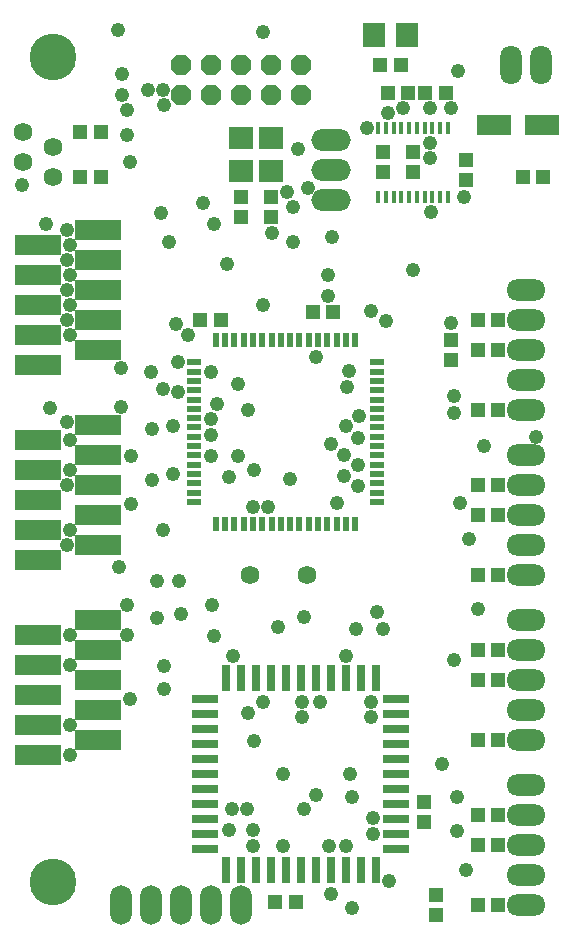
<source format=gts>
G75*
G70*
%OFA0B0*%
%FSLAX24Y24*%
%IPPOS*%
%LPD*%
%AMOC8*
5,1,8,0,0,1.08239X$1,22.5*
%
%ADD10R,0.0512X0.0472*%
%ADD11R,0.0472X0.0512*%
%ADD12C,0.0624*%
%ADD13C,0.1559*%
%ADD14R,0.1134X0.0661*%
%ADD15R,0.0756X0.0836*%
%ADD16R,0.0836X0.0756*%
%ADD17R,0.0240X0.0510*%
%ADD18R,0.0510X0.0240*%
%ADD19R,0.0283X0.0913*%
%ADD20R,0.0913X0.0283*%
%ADD21O,0.1306X0.0712*%
%ADD22OC8,0.0672*%
%ADD23R,0.1528X0.0709*%
%ADD24O,0.0712X0.1306*%
%ADD25R,0.0144X0.0414*%
%ADD26O,0.1320X0.0720*%
%ADD27O,0.0720X0.1320*%
%ADD28C,0.0480*%
D10*
X010838Y002602D03*
X011508Y002602D03*
X009008Y022002D03*
X008338Y022002D03*
X009673Y025417D03*
X009673Y026086D03*
X010673Y026086D03*
X010673Y025417D03*
X012088Y022252D03*
X012758Y022252D03*
X014423Y026917D03*
X014423Y027586D03*
X015423Y027586D03*
X015423Y026917D03*
X015258Y029552D03*
X014588Y029552D03*
X015838Y029552D03*
X016508Y029552D03*
X019088Y026752D03*
X019758Y026752D03*
D11*
X017173Y026667D03*
X017173Y027336D03*
X015008Y030502D03*
X014338Y030502D03*
X017588Y022002D03*
X018258Y022002D03*
X018258Y021002D03*
X017588Y021002D03*
X016673Y021336D03*
X016673Y020667D03*
X017588Y019002D03*
X018258Y019002D03*
X018258Y016502D03*
X017588Y016502D03*
X017588Y015502D03*
X018258Y015502D03*
X018258Y013502D03*
X017588Y013502D03*
X017588Y011002D03*
X017588Y010002D03*
X018258Y010002D03*
X018258Y011002D03*
X018258Y008002D03*
X017588Y008002D03*
X017588Y005502D03*
X018258Y005502D03*
X018258Y004502D03*
X017588Y004502D03*
X017588Y002502D03*
X018258Y002502D03*
X016173Y002836D03*
X016173Y002167D03*
X015773Y005267D03*
X015773Y005936D03*
X005008Y026752D03*
X004338Y026752D03*
X004338Y028252D03*
X005008Y028252D03*
D12*
X003423Y027752D03*
X003423Y026752D03*
X002423Y027252D03*
X002423Y028252D03*
X009973Y013502D03*
X011873Y013502D03*
D13*
X003423Y003252D03*
X003423Y030752D03*
D14*
X018116Y028502D03*
X019730Y028502D03*
D15*
X015233Y031502D03*
X014113Y031502D03*
D16*
X010673Y028062D03*
X010673Y026942D03*
X009673Y026942D03*
X009673Y028062D03*
D17*
X009778Y021307D03*
X010088Y021307D03*
X010398Y021307D03*
X010708Y021307D03*
X011018Y021307D03*
X011328Y021307D03*
X011638Y021307D03*
X011948Y021307D03*
X012258Y021307D03*
X012568Y021307D03*
X012878Y021307D03*
X013188Y021307D03*
X013498Y021307D03*
X009468Y021307D03*
X009158Y021307D03*
X008848Y021307D03*
X008848Y015197D03*
X009158Y015197D03*
X009468Y015197D03*
X009778Y015197D03*
X010088Y015197D03*
X010398Y015197D03*
X010708Y015197D03*
X011018Y015197D03*
X011328Y015197D03*
X011638Y015197D03*
X011948Y015197D03*
X012258Y015197D03*
X012568Y015197D03*
X012878Y015197D03*
X013188Y015197D03*
X013498Y015197D03*
D18*
X014228Y015927D03*
X014228Y016237D03*
X014228Y016547D03*
X014228Y016857D03*
X014228Y017167D03*
X014228Y017477D03*
X014228Y017787D03*
X014228Y018097D03*
X014228Y018407D03*
X014228Y018717D03*
X014228Y019027D03*
X014228Y019337D03*
X014228Y019647D03*
X014228Y019957D03*
X014228Y020267D03*
X014228Y020577D03*
X008118Y020577D03*
X008118Y020267D03*
X008118Y019957D03*
X008118Y019647D03*
X008118Y019337D03*
X008118Y019027D03*
X008118Y018717D03*
X008118Y018407D03*
X008118Y018097D03*
X008118Y017787D03*
X008118Y017477D03*
X008118Y017167D03*
X008118Y016857D03*
X008118Y016547D03*
X008118Y016237D03*
X008118Y015927D03*
D19*
X009173Y010041D03*
X009673Y010041D03*
X010173Y010041D03*
X010673Y010041D03*
X011173Y010041D03*
X011673Y010041D03*
X012173Y010041D03*
X012673Y010041D03*
X013173Y010041D03*
X013673Y010041D03*
X014173Y010041D03*
X014173Y003663D03*
X013673Y003663D03*
X013173Y003663D03*
X012673Y003663D03*
X012173Y003663D03*
X011673Y003663D03*
X011173Y003663D03*
X010673Y003663D03*
X010173Y003663D03*
X009673Y003663D03*
X009173Y003663D03*
D20*
X008484Y004352D03*
X008484Y004852D03*
X008484Y005352D03*
X008484Y005852D03*
X008484Y006352D03*
X008484Y006852D03*
X008484Y007352D03*
X008484Y007852D03*
X008484Y008352D03*
X008484Y008852D03*
X008484Y009352D03*
X014862Y009352D03*
X014862Y008852D03*
X014862Y008352D03*
X014862Y007852D03*
X014862Y007352D03*
X014862Y006852D03*
X014862Y006352D03*
X014862Y005852D03*
X014862Y005352D03*
X014862Y004852D03*
X014862Y004352D03*
D21*
X019173Y004502D03*
X019173Y005502D03*
X019173Y006502D03*
X019173Y008002D03*
X019173Y009002D03*
X019173Y010002D03*
X019173Y011002D03*
X019173Y012002D03*
X019173Y013502D03*
X019173Y014502D03*
X019173Y015502D03*
X019173Y016502D03*
X019173Y017502D03*
X019173Y019002D03*
X019173Y020002D03*
X019173Y021002D03*
X019173Y022002D03*
X019173Y023002D03*
X019173Y003502D03*
X019173Y002502D03*
D22*
X011673Y029502D03*
X011673Y030502D03*
X010673Y030502D03*
X010673Y029502D03*
X009673Y029502D03*
X009673Y030502D03*
X008673Y030502D03*
X008673Y029502D03*
X007673Y029502D03*
X007673Y030502D03*
D23*
X004923Y025002D03*
X004923Y024002D03*
X004923Y023002D03*
X004923Y022002D03*
X004923Y021002D03*
X004923Y018502D03*
X004923Y017502D03*
X004923Y016502D03*
X004923Y015502D03*
X004923Y014502D03*
X004923Y012002D03*
X004923Y011002D03*
X004923Y010002D03*
X004923Y009002D03*
X004923Y008002D03*
X002923Y008502D03*
X002923Y007502D03*
X002923Y009502D03*
X002923Y010502D03*
X002923Y011502D03*
X002923Y014002D03*
X002923Y015002D03*
X002923Y016002D03*
X002923Y017002D03*
X002923Y018002D03*
X002923Y020502D03*
X002923Y021502D03*
X002923Y022502D03*
X002923Y023502D03*
X002923Y024502D03*
D24*
X018673Y030502D03*
X019673Y030502D03*
D25*
X016575Y028400D03*
X016319Y028400D03*
X016063Y028400D03*
X015807Y028400D03*
X015551Y028400D03*
X015295Y028400D03*
X015039Y028400D03*
X014783Y028400D03*
X014527Y028400D03*
X014271Y028400D03*
X014271Y026103D03*
X014527Y026103D03*
X014783Y026103D03*
X015039Y026103D03*
X015295Y026103D03*
X015551Y026103D03*
X015807Y026103D03*
X016063Y026103D03*
X016319Y026103D03*
X016575Y026103D03*
D26*
X012673Y026002D03*
X012673Y027002D03*
X012673Y028002D03*
D27*
X009673Y002502D03*
X008673Y002502D03*
X007673Y002502D03*
X006673Y002502D03*
X005673Y002502D03*
D28*
X003973Y007502D03*
X003973Y008502D03*
X003973Y010502D03*
X003973Y011502D03*
X005623Y013752D03*
X005873Y012502D03*
X005873Y011502D03*
X006873Y012052D03*
X007673Y012202D03*
X007623Y013302D03*
X006873Y013302D03*
X007073Y015002D03*
X006723Y016652D03*
X007423Y016852D03*
X007423Y018452D03*
X006723Y018352D03*
X006023Y017452D03*
X006023Y015852D03*
X003973Y015002D03*
X003873Y014502D03*
X003873Y016502D03*
X003973Y017002D03*
X003973Y018002D03*
X003873Y018602D03*
X003323Y019052D03*
X003973Y021502D03*
X003873Y022002D03*
X003973Y022502D03*
X003873Y023002D03*
X003973Y023502D03*
X003873Y024002D03*
X003973Y024502D03*
X003873Y025002D03*
X003173Y025202D03*
X002373Y026502D03*
X005723Y029502D03*
X005873Y029002D03*
X005873Y028152D03*
X005973Y027252D03*
X007023Y025552D03*
X007273Y024602D03*
X008423Y025902D03*
X008773Y025202D03*
X009223Y023852D03*
X010423Y022502D03*
X011423Y024602D03*
X010723Y024902D03*
X011423Y025752D03*
X011223Y026252D03*
X011923Y026402D03*
X011573Y027702D03*
X012723Y024752D03*
X012573Y023502D03*
X012573Y022802D03*
X012173Y020752D03*
X013273Y020302D03*
X013223Y019752D03*
X013623Y018802D03*
X013173Y018452D03*
X013573Y018052D03*
X013123Y017502D03*
X012673Y017852D03*
X013573Y017152D03*
X013123Y016802D03*
X013573Y016452D03*
X012873Y015902D03*
X011323Y016702D03*
X010573Y015752D03*
X010073Y015752D03*
X010123Y017002D03*
X009573Y017452D03*
X009273Y016752D03*
X008673Y017452D03*
X008673Y018152D03*
X008673Y018702D03*
X008873Y019202D03*
X009573Y019852D03*
X009923Y019002D03*
X008673Y020252D03*
X007573Y020602D03*
X007573Y019602D03*
X007073Y019702D03*
X006673Y020252D03*
X005673Y020402D03*
X005673Y019102D03*
X007523Y021852D03*
X007923Y021502D03*
X007123Y029152D03*
X007073Y029652D03*
X006573Y029652D03*
X005723Y030202D03*
X005573Y031652D03*
X010423Y031602D03*
X013873Y028402D03*
X014573Y028902D03*
X015073Y029052D03*
X015973Y029052D03*
X016673Y029052D03*
X015973Y027902D03*
X015973Y027402D03*
X017123Y026102D03*
X016023Y025602D03*
X015423Y023652D03*
X014523Y021952D03*
X014023Y022302D03*
X016673Y021902D03*
X016773Y019452D03*
X016773Y018902D03*
X017773Y017802D03*
X016973Y015902D03*
X017273Y014702D03*
X017573Y012352D03*
X016773Y010652D03*
X016373Y007202D03*
X016873Y006102D03*
X016873Y004952D03*
X017173Y003652D03*
X014623Y003302D03*
X014073Y004852D03*
X014073Y005402D03*
X013373Y006102D03*
X013323Y006852D03*
X012173Y006152D03*
X011773Y005702D03*
X011073Y004452D03*
X010073Y004452D03*
X010073Y005002D03*
X009873Y005702D03*
X009373Y005702D03*
X009273Y005002D03*
X011073Y006852D03*
X010123Y007952D03*
X009923Y008902D03*
X010423Y009252D03*
X009423Y010802D03*
X008773Y011452D03*
X008723Y012502D03*
X007123Y010452D03*
X007123Y009702D03*
X005973Y009352D03*
X010923Y011752D03*
X011773Y012102D03*
X013173Y010802D03*
X013523Y011702D03*
X014223Y012252D03*
X014423Y011702D03*
X014023Y009252D03*
X014023Y008752D03*
X012323Y009252D03*
X011723Y009252D03*
X011723Y008752D03*
X012623Y004452D03*
X013173Y004452D03*
X012673Y002852D03*
X013373Y002402D03*
X019523Y018102D03*
X016923Y030302D03*
M02*

</source>
